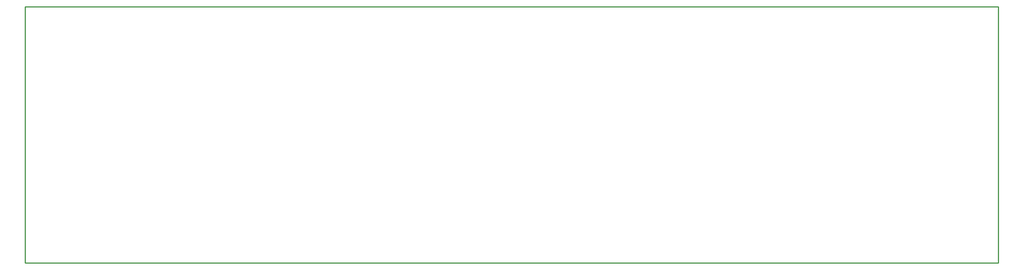
<source format=gm1>
G04 Layer_Color=6899487*
%FSLAX25Y25*%
%MOIN*%
G70*
G01*
G75*
%ADD73C,0.01000*%
D73*
X862894Y228346D02*
X866142D01*
X0D02*
X862894D01*
X0Y0D02*
X866142D01*
X0D02*
Y228346D01*
X866142Y0D02*
Y228346D01*
M02*

</source>
